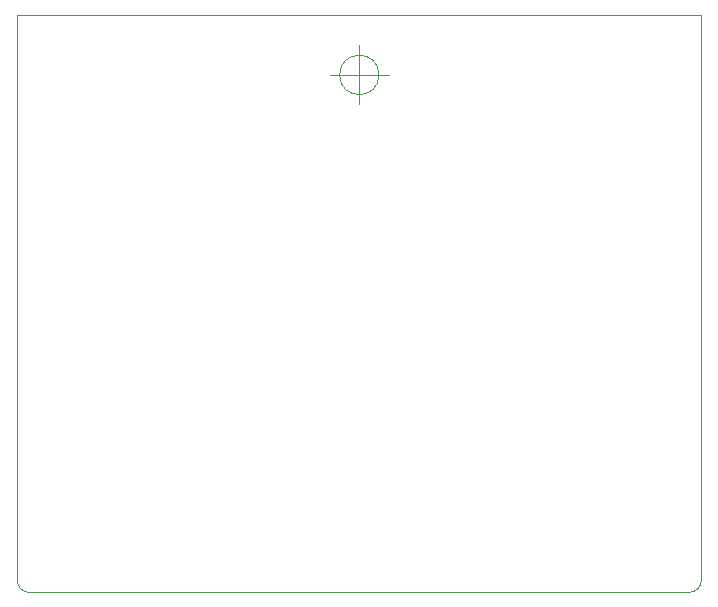
<source format=gbr>
G04 #@! TF.GenerationSoftware,KiCad,Pcbnew,(5.1.2)-1*
G04 #@! TF.CreationDate,2019-11-02T02:49:23-04:00*
G04 #@! TF.ProjectId,superzaxxonduo,73757065-727a-4617-9878-6f6e64756f2e,rev?*
G04 #@! TF.SameCoordinates,Original*
G04 #@! TF.FileFunction,Profile,NP*
%FSLAX46Y46*%
G04 Gerber Fmt 4.6, Leading zero omitted, Abs format (unit mm)*
G04 Created by KiCad (PCBNEW (5.1.2)-1) date 2019-11-02 02:49:23*
%MOMM*%
%LPD*%
G04 APERTURE LIST*
%ADD10C,0.025400*%
G04 APERTURE END LIST*
D10*
X109616666Y-33020000D02*
G75*
G03X109616666Y-33020000I-1666666J0D01*
G01*
X105450000Y-33020000D02*
X110450000Y-33020000D01*
X107950000Y-30520000D02*
X107950000Y-35520000D01*
X135890000Y-76835000D02*
G75*
G03X136906000Y-75819000I0J1016000D01*
G01*
X78994000Y-27940000D02*
X136906000Y-27940000D01*
X136906000Y-75819000D02*
G75*
G02X135890000Y-76835000I-1016000J0D01*
G01*
X80010000Y-76835000D02*
G75*
G02X78994000Y-75819000I0J1016000D01*
G01*
X136906000Y-27940000D02*
X136906000Y-75819000D01*
X78994000Y-27940000D02*
X78994000Y-75819000D01*
X80010000Y-76835000D02*
X135890000Y-76835000D01*
M02*

</source>
